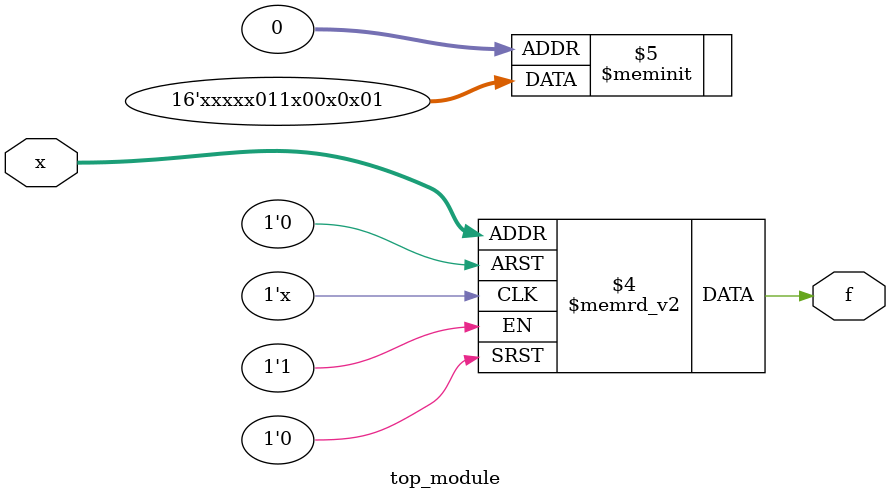
<source format=sv>
module top_module (
	input [4:1] x,
	output logic f
);

always_comb begin
	case(x)
		4'b0000: f = 1'b1;
		4'b0001: f = 1'b0;
		4'b0010: f = 1'bx;
		4'b0011: f = 1'b0;
		4'b0100: f = 1'bx;
		4'b0101: f = 1'b0;
		4'b0110: f = 1'b0;
		4'b0111: f = 1'bx;
		4'b1000: f = 1'b1;
		4'b1001: f = 1'b1;
		4'b1010: f = 1'b0;
		4'b1011: f = 1'bx;
		4'b1100: f = 1'bx;
		4'b1101: f = 1'bx;
		4'b1110: f = 1'bx;
		4'b1111: f = 1'bx;
	endcase
end

endmodule

</source>
